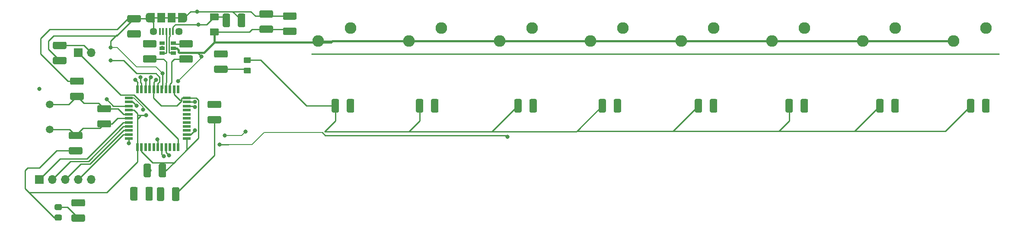
<source format=gbr>
%TF.GenerationSoftware,KiCad,Pcbnew,(5.1.6)-1*%
%TF.CreationDate,2020-12-03T10:32:47+03:00*%
%TF.ProjectId,Handheld graphics device,48616e64-6865-46c6-9420-677261706869,rev?*%
%TF.SameCoordinates,Original*%
%TF.FileFunction,Copper,L1,Top*%
%TF.FilePolarity,Positive*%
%FSLAX46Y46*%
G04 Gerber Fmt 4.6, Leading zero omitted, Abs format (unit mm)*
G04 Created by KiCad (PCBNEW (5.1.6)-1) date 2020-12-03 10:32:47*
%MOMM*%
%LPD*%
G01*
G04 APERTURE LIST*
%TA.AperFunction,ComponentPad*%
%ADD10C,1.500000*%
%TD*%
%TA.AperFunction,ComponentPad*%
%ADD11O,1.700000X1.700000*%
%TD*%
%TA.AperFunction,ComponentPad*%
%ADD12R,1.700000X1.700000*%
%TD*%
%TA.AperFunction,SMDPad,CuDef*%
%ADD13R,1.500000X0.550000*%
%TD*%
%TA.AperFunction,SMDPad,CuDef*%
%ADD14R,0.550000X1.500000*%
%TD*%
%TA.AperFunction,SMDPad,CuDef*%
%ADD15R,1.060000X0.650000*%
%TD*%
%TA.AperFunction,ComponentPad*%
%ADD16C,2.286000*%
%TD*%
%TA.AperFunction,SMDPad,CuDef*%
%ADD17R,1.200000X1.900000*%
%TD*%
%TA.AperFunction,ComponentPad*%
%ADD18O,1.200000X1.900000*%
%TD*%
%TA.AperFunction,SMDPad,CuDef*%
%ADD19R,1.500000X1.900000*%
%TD*%
%TA.AperFunction,ComponentPad*%
%ADD20C,1.450000*%
%TD*%
%TA.AperFunction,SMDPad,CuDef*%
%ADD21R,0.400000X1.350000*%
%TD*%
%TA.AperFunction,ViaPad*%
%ADD22C,0.800000*%
%TD*%
%TA.AperFunction,Conductor*%
%ADD23C,0.250000*%
%TD*%
%TA.AperFunction,Conductor*%
%ADD24C,0.284480*%
%TD*%
%TA.AperFunction,Conductor*%
%ADD25C,0.200000*%
%TD*%
%TA.AperFunction,Conductor*%
%ADD26C,0.414020*%
%TD*%
G04 APERTURE END LIST*
%TO.P,Yellow1,2*%
%TO.N,Net-(R5-Pad1)*%
%TA.AperFunction,SMDPad,CuDef*%
G36*
G01*
X100675001Y-40785000D02*
X99774999Y-40785000D01*
G75*
G02*
X99525000Y-40535001I0J249999D01*
G01*
X99525000Y-39884999D01*
G75*
G02*
X99774999Y-39635000I249999J0D01*
G01*
X100675001Y-39635000D01*
G75*
G02*
X100925000Y-39884999I0J-249999D01*
G01*
X100925000Y-40535001D01*
G75*
G02*
X100675001Y-40785000I-249999J0D01*
G01*
G37*
%TD.AperFunction*%
%TO.P,Yellow1,1*%
%TO.N,GND*%
%TA.AperFunction,SMDPad,CuDef*%
G36*
G01*
X100675001Y-42835000D02*
X99774999Y-42835000D01*
G75*
G02*
X99525000Y-42585001I0J249999D01*
G01*
X99525000Y-41934999D01*
G75*
G02*
X99774999Y-41685000I249999J0D01*
G01*
X100675001Y-41685000D01*
G75*
G02*
X100925000Y-41934999I0J-249999D01*
G01*
X100925000Y-42585001D01*
G75*
G02*
X100675001Y-42835000I-249999J0D01*
G01*
G37*
%TD.AperFunction*%
%TD*%
D10*
%TO.P,Y1,2*%
%TO.N,xtal1*%
X98552000Y-24946000D03*
%TO.P,Y1,1*%
%TO.N,xtal2*%
X98552000Y-20066000D03*
%TD*%
D11*
%TO.P,usb_boot1,2*%
%TO.N,Net-(R7-Pad2)*%
X106680000Y-9906000D03*
D12*
%TO.P,usb_boot1,1*%
%TO.N,Net-(U2-Pad33)*%
X104140000Y-9906000D03*
%TD*%
D13*
%TO.P,U2,44*%
%TO.N,Unfiltered*%
X125432000Y-18778000D03*
%TO.P,U2,43*%
%TO.N,GND*%
X125432000Y-19578000D03*
%TO.P,U2,42*%
%TO.N,Net-(C3-Pad1)*%
X125432000Y-20378000D03*
%TO.P,U2,41*%
%TO.N,Net-(U2-Pad41)*%
X125432000Y-21178000D03*
%TO.P,U2,40*%
%TO.N,Net-(U2-Pad40)*%
X125432000Y-21978000D03*
%TO.P,U2,39*%
%TO.N,Net-(U2-Pad39)*%
X125432000Y-22778000D03*
%TO.P,U2,38*%
%TO.N,Net-(U2-Pad38)*%
X125432000Y-23578000D03*
%TO.P,U2,37*%
%TO.N,Net-(U2-Pad37)*%
X125432000Y-24378000D03*
%TO.P,U2,36*%
%TO.N,Net-(U2-Pad36)*%
X125432000Y-25178000D03*
%TO.P,U2,35*%
%TO.N,GND*%
X125432000Y-25978000D03*
%TO.P,U2,34*%
%TO.N,Unfiltered*%
X125432000Y-26778000D03*
D14*
%TO.P,U2,33*%
%TO.N,Net-(U2-Pad33)*%
X123732000Y-28478000D03*
%TO.P,U2,32*%
%TO.N,Net-(U2-Pad32)*%
X122932000Y-28478000D03*
%TO.P,U2,31*%
%TO.N,Net-(U2-Pad31)*%
X122132000Y-28478000D03*
%TO.P,U2,30*%
%TO.N,7*%
X121332000Y-28478000D03*
%TO.P,U2,29*%
%TO.N,6*%
X120532000Y-28478000D03*
%TO.P,U2,28*%
%TO.N,5*%
X119732000Y-28478000D03*
%TO.P,U2,27*%
%TO.N,Net-(U2-Pad27)*%
X118932000Y-28478000D03*
%TO.P,U2,26*%
%TO.N,Net-(U2-Pad26)*%
X118132000Y-28478000D03*
%TO.P,U2,25*%
%TO.N,Net-(U2-Pad25)*%
X117332000Y-28478000D03*
%TO.P,U2,24*%
%TO.N,Unfiltered*%
X116532000Y-28478000D03*
%TO.P,U2,23*%
%TO.N,GND*%
X115732000Y-28478000D03*
D13*
%TO.P,U2,22*%
%TO.N,Net-(R5-Pad2)*%
X114032000Y-26778000D03*
%TO.P,U2,21*%
%TO.N,TX*%
X114032000Y-25978000D03*
%TO.P,U2,20*%
%TO.N,RX*%
X114032000Y-25178000D03*
%TO.P,U2,19*%
%TO.N,SDA*%
X114032000Y-24378000D03*
%TO.P,U2,18*%
%TO.N,SCL*%
X114032000Y-23578000D03*
%TO.P,U2,17*%
%TO.N,xtal1*%
X114032000Y-22778000D03*
%TO.P,U2,16*%
%TO.N,xtal2*%
X114032000Y-21978000D03*
%TO.P,U2,15*%
%TO.N,GND*%
X114032000Y-21178000D03*
%TO.P,U2,14*%
%TO.N,Unfiltered*%
X114032000Y-20378000D03*
%TO.P,U2,13*%
%TO.N,rst*%
X114032000Y-19578000D03*
%TO.P,U2,12*%
%TO.N,8*%
X114032000Y-18778000D03*
D14*
%TO.P,U2,11*%
%TO.N,4*%
X115732000Y-17078000D03*
%TO.P,U2,10*%
%TO.N,3*%
X116532000Y-17078000D03*
%TO.P,U2,9*%
%TO.N,2*%
X117332000Y-17078000D03*
%TO.P,U2,8*%
%TO.N,1*%
X118132000Y-17078000D03*
%TO.P,U2,7*%
%TO.N,Unfiltered*%
X118932000Y-17078000D03*
%TO.P,U2,6*%
%TO.N,Net-(C4-Pad1)*%
X119732000Y-17078000D03*
%TO.P,U2,5*%
%TO.N,GND*%
X120532000Y-17078000D03*
%TO.P,U2,4*%
%TO.N,Net-(R2-Pad1)*%
X121332000Y-17078000D03*
%TO.P,U2,3*%
%TO.N,Net-(R3-Pad1)*%
X122132000Y-17078000D03*
%TO.P,U2,2*%
%TO.N,Unfiltered*%
X122932000Y-17078000D03*
%TO.P,U2,1*%
%TO.N,Net-(U2-Pad1)*%
X123732000Y-17078000D03*
%TD*%
D15*
%TO.P,U1,5*%
%TO.N,Unfiltered*%
X122799200Y-9014500D03*
%TO.P,U1,6*%
%TO.N,Net-(R3-Pad2)*%
X122799200Y-8064500D03*
%TO.P,U1,4*%
%TO.N,Net-(J1-Pad2)*%
X122799200Y-9964500D03*
%TO.P,U1,3*%
%TO.N,Net-(J1-Pad3)*%
X120599200Y-9964500D03*
%TO.P,U1,2*%
%TO.N,Net-(C7-Pad1)*%
X120599200Y-9014500D03*
%TO.P,U1,1*%
%TO.N,Net-(R2-Pad2)*%
X120599200Y-8064500D03*
%TD*%
D16*
%TO.P,SW8,1*%
%TO.N,8*%
X281940000Y-5080000D03*
%TO.P,SW8,2*%
%TO.N,Unfiltered*%
X275590000Y-7620000D03*
%TD*%
%TO.P,SW7,1*%
%TO.N,7*%
X264160000Y-5080000D03*
%TO.P,SW7,2*%
%TO.N,Unfiltered*%
X257810000Y-7620000D03*
%TD*%
%TO.P,SW6,1*%
%TO.N,6*%
X246380000Y-5080000D03*
%TO.P,SW6,2*%
%TO.N,Unfiltered*%
X240030000Y-7620000D03*
%TD*%
%TO.P,SW5,1*%
%TO.N,5*%
X228600000Y-5080000D03*
%TO.P,SW5,2*%
%TO.N,Unfiltered*%
X222250000Y-7620000D03*
%TD*%
%TO.P,SW4,1*%
%TO.N,4*%
X210820000Y-5080000D03*
%TO.P,SW4,2*%
%TO.N,Unfiltered*%
X204470000Y-7620000D03*
%TD*%
%TO.P,SW3,1*%
%TO.N,3*%
X193040000Y-5080000D03*
%TO.P,SW3,2*%
%TO.N,Unfiltered*%
X186690000Y-7620000D03*
%TD*%
%TO.P,SW2,1*%
%TO.N,2*%
X175260000Y-5080000D03*
%TO.P,SW2,2*%
%TO.N,Unfiltered*%
X168910000Y-7620000D03*
%TD*%
%TO.P,SW1,1*%
%TO.N,1*%
X157480000Y-5080000D03*
%TO.P,SW1,2*%
%TO.N,Unfiltered*%
X151130000Y-7620000D03*
%TD*%
%TO.P,reset1,2*%
%TO.N,Net-(R8-Pad1)*%
%TA.AperFunction,SMDPad,CuDef*%
G36*
G01*
X120979000Y-36583000D02*
X120979000Y-38733000D01*
G75*
G02*
X120729000Y-38983000I-250000J0D01*
G01*
X119804000Y-38983000D01*
G75*
G02*
X119554000Y-38733000I0J250000D01*
G01*
X119554000Y-36583000D01*
G75*
G02*
X119804000Y-36333000I250000J0D01*
G01*
X120729000Y-36333000D01*
G75*
G02*
X120979000Y-36583000I0J-250000D01*
G01*
G37*
%TD.AperFunction*%
%TO.P,reset1,1*%
%TO.N,GND*%
%TA.AperFunction,SMDPad,CuDef*%
G36*
G01*
X123954000Y-36583000D02*
X123954000Y-38733000D01*
G75*
G02*
X123704000Y-38983000I-250000J0D01*
G01*
X122779000Y-38983000D01*
G75*
G02*
X122529000Y-38733000I0J250000D01*
G01*
X122529000Y-36583000D01*
G75*
G02*
X122779000Y-36333000I250000J0D01*
G01*
X123704000Y-36333000D01*
G75*
G02*
X123954000Y-36583000I0J-250000D01*
G01*
G37*
%TD.AperFunction*%
%TD*%
%TO.P,R16,2*%
%TO.N,8*%
%TA.AperFunction,SMDPad,CuDef*%
G36*
G01*
X281227500Y-21395000D02*
X281227500Y-19245000D01*
G75*
G02*
X281477500Y-18995000I250000J0D01*
G01*
X282402500Y-18995000D01*
G75*
G02*
X282652500Y-19245000I0J-250000D01*
G01*
X282652500Y-21395000D01*
G75*
G02*
X282402500Y-21645000I-250000J0D01*
G01*
X281477500Y-21645000D01*
G75*
G02*
X281227500Y-21395000I0J250000D01*
G01*
G37*
%TD.AperFunction*%
%TO.P,R16,1*%
%TO.N,GND*%
%TA.AperFunction,SMDPad,CuDef*%
G36*
G01*
X278252500Y-21395000D02*
X278252500Y-19245000D01*
G75*
G02*
X278502500Y-18995000I250000J0D01*
G01*
X279427500Y-18995000D01*
G75*
G02*
X279677500Y-19245000I0J-250000D01*
G01*
X279677500Y-21395000D01*
G75*
G02*
X279427500Y-21645000I-250000J0D01*
G01*
X278502500Y-21645000D01*
G75*
G02*
X278252500Y-21395000I0J250000D01*
G01*
G37*
%TD.AperFunction*%
%TD*%
%TO.P,R15,2*%
%TO.N,7*%
%TA.AperFunction,SMDPad,CuDef*%
G36*
G01*
X263447500Y-21395000D02*
X263447500Y-19245000D01*
G75*
G02*
X263697500Y-18995000I250000J0D01*
G01*
X264622500Y-18995000D01*
G75*
G02*
X264872500Y-19245000I0J-250000D01*
G01*
X264872500Y-21395000D01*
G75*
G02*
X264622500Y-21645000I-250000J0D01*
G01*
X263697500Y-21645000D01*
G75*
G02*
X263447500Y-21395000I0J250000D01*
G01*
G37*
%TD.AperFunction*%
%TO.P,R15,1*%
%TO.N,GND*%
%TA.AperFunction,SMDPad,CuDef*%
G36*
G01*
X260472500Y-21395000D02*
X260472500Y-19245000D01*
G75*
G02*
X260722500Y-18995000I250000J0D01*
G01*
X261647500Y-18995000D01*
G75*
G02*
X261897500Y-19245000I0J-250000D01*
G01*
X261897500Y-21395000D01*
G75*
G02*
X261647500Y-21645000I-250000J0D01*
G01*
X260722500Y-21645000D01*
G75*
G02*
X260472500Y-21395000I0J250000D01*
G01*
G37*
%TD.AperFunction*%
%TD*%
%TO.P,R14,2*%
%TO.N,6*%
%TA.AperFunction,SMDPad,CuDef*%
G36*
G01*
X245667500Y-21395000D02*
X245667500Y-19245000D01*
G75*
G02*
X245917500Y-18995000I250000J0D01*
G01*
X246842500Y-18995000D01*
G75*
G02*
X247092500Y-19245000I0J-250000D01*
G01*
X247092500Y-21395000D01*
G75*
G02*
X246842500Y-21645000I-250000J0D01*
G01*
X245917500Y-21645000D01*
G75*
G02*
X245667500Y-21395000I0J250000D01*
G01*
G37*
%TD.AperFunction*%
%TO.P,R14,1*%
%TO.N,GND*%
%TA.AperFunction,SMDPad,CuDef*%
G36*
G01*
X242692500Y-21395000D02*
X242692500Y-19245000D01*
G75*
G02*
X242942500Y-18995000I250000J0D01*
G01*
X243867500Y-18995000D01*
G75*
G02*
X244117500Y-19245000I0J-250000D01*
G01*
X244117500Y-21395000D01*
G75*
G02*
X243867500Y-21645000I-250000J0D01*
G01*
X242942500Y-21645000D01*
G75*
G02*
X242692500Y-21395000I0J250000D01*
G01*
G37*
%TD.AperFunction*%
%TD*%
%TO.P,R13,2*%
%TO.N,5*%
%TA.AperFunction,SMDPad,CuDef*%
G36*
G01*
X227887500Y-21395000D02*
X227887500Y-19245000D01*
G75*
G02*
X228137500Y-18995000I250000J0D01*
G01*
X229062500Y-18995000D01*
G75*
G02*
X229312500Y-19245000I0J-250000D01*
G01*
X229312500Y-21395000D01*
G75*
G02*
X229062500Y-21645000I-250000J0D01*
G01*
X228137500Y-21645000D01*
G75*
G02*
X227887500Y-21395000I0J250000D01*
G01*
G37*
%TD.AperFunction*%
%TO.P,R13,1*%
%TO.N,GND*%
%TA.AperFunction,SMDPad,CuDef*%
G36*
G01*
X224912500Y-21395000D02*
X224912500Y-19245000D01*
G75*
G02*
X225162500Y-18995000I250000J0D01*
G01*
X226087500Y-18995000D01*
G75*
G02*
X226337500Y-19245000I0J-250000D01*
G01*
X226337500Y-21395000D01*
G75*
G02*
X226087500Y-21645000I-250000J0D01*
G01*
X225162500Y-21645000D01*
G75*
G02*
X224912500Y-21395000I0J250000D01*
G01*
G37*
%TD.AperFunction*%
%TD*%
%TO.P,R12,2*%
%TO.N,4*%
%TA.AperFunction,SMDPad,CuDef*%
G36*
G01*
X209055000Y-21395000D02*
X209055000Y-19245000D01*
G75*
G02*
X209305000Y-18995000I250000J0D01*
G01*
X210230000Y-18995000D01*
G75*
G02*
X210480000Y-19245000I0J-250000D01*
G01*
X210480000Y-21395000D01*
G75*
G02*
X210230000Y-21645000I-250000J0D01*
G01*
X209305000Y-21645000D01*
G75*
G02*
X209055000Y-21395000I0J250000D01*
G01*
G37*
%TD.AperFunction*%
%TO.P,R12,1*%
%TO.N,GND*%
%TA.AperFunction,SMDPad,CuDef*%
G36*
G01*
X206080000Y-21395000D02*
X206080000Y-19245000D01*
G75*
G02*
X206330000Y-18995000I250000J0D01*
G01*
X207255000Y-18995000D01*
G75*
G02*
X207505000Y-19245000I0J-250000D01*
G01*
X207505000Y-21395000D01*
G75*
G02*
X207255000Y-21645000I-250000J0D01*
G01*
X206330000Y-21645000D01*
G75*
G02*
X206080000Y-21395000I0J250000D01*
G01*
G37*
%TD.AperFunction*%
%TD*%
%TO.P,R11,2*%
%TO.N,3*%
%TA.AperFunction,SMDPad,CuDef*%
G36*
G01*
X192545000Y-21395000D02*
X192545000Y-19245000D01*
G75*
G02*
X192795000Y-18995000I250000J0D01*
G01*
X193720000Y-18995000D01*
G75*
G02*
X193970000Y-19245000I0J-250000D01*
G01*
X193970000Y-21395000D01*
G75*
G02*
X193720000Y-21645000I-250000J0D01*
G01*
X192795000Y-21645000D01*
G75*
G02*
X192545000Y-21395000I0J250000D01*
G01*
G37*
%TD.AperFunction*%
%TO.P,R11,1*%
%TO.N,GND*%
%TA.AperFunction,SMDPad,CuDef*%
G36*
G01*
X189570000Y-21395000D02*
X189570000Y-19245000D01*
G75*
G02*
X189820000Y-18995000I250000J0D01*
G01*
X190745000Y-18995000D01*
G75*
G02*
X190995000Y-19245000I0J-250000D01*
G01*
X190995000Y-21395000D01*
G75*
G02*
X190745000Y-21645000I-250000J0D01*
G01*
X189820000Y-21645000D01*
G75*
G02*
X189570000Y-21395000I0J250000D01*
G01*
G37*
%TD.AperFunction*%
%TD*%
%TO.P,R10,2*%
%TO.N,2*%
%TA.AperFunction,SMDPad,CuDef*%
G36*
G01*
X173277500Y-21395000D02*
X173277500Y-19245000D01*
G75*
G02*
X173527500Y-18995000I250000J0D01*
G01*
X174452500Y-18995000D01*
G75*
G02*
X174702500Y-19245000I0J-250000D01*
G01*
X174702500Y-21395000D01*
G75*
G02*
X174452500Y-21645000I-250000J0D01*
G01*
X173527500Y-21645000D01*
G75*
G02*
X173277500Y-21395000I0J250000D01*
G01*
G37*
%TD.AperFunction*%
%TO.P,R10,1*%
%TO.N,GND*%
%TA.AperFunction,SMDPad,CuDef*%
G36*
G01*
X170302500Y-21395000D02*
X170302500Y-19245000D01*
G75*
G02*
X170552500Y-18995000I250000J0D01*
G01*
X171477500Y-18995000D01*
G75*
G02*
X171727500Y-19245000I0J-250000D01*
G01*
X171727500Y-21395000D01*
G75*
G02*
X171477500Y-21645000I-250000J0D01*
G01*
X170552500Y-21645000D01*
G75*
G02*
X170302500Y-21395000I0J250000D01*
G01*
G37*
%TD.AperFunction*%
%TD*%
%TO.P,R9,2*%
%TO.N,1*%
%TA.AperFunction,SMDPad,CuDef*%
G36*
G01*
X156767500Y-21395000D02*
X156767500Y-19245000D01*
G75*
G02*
X157017500Y-18995000I250000J0D01*
G01*
X157942500Y-18995000D01*
G75*
G02*
X158192500Y-19245000I0J-250000D01*
G01*
X158192500Y-21395000D01*
G75*
G02*
X157942500Y-21645000I-250000J0D01*
G01*
X157017500Y-21645000D01*
G75*
G02*
X156767500Y-21395000I0J250000D01*
G01*
G37*
%TD.AperFunction*%
%TO.P,R9,1*%
%TO.N,GND*%
%TA.AperFunction,SMDPad,CuDef*%
G36*
G01*
X153792500Y-21395000D02*
X153792500Y-19245000D01*
G75*
G02*
X154042500Y-18995000I250000J0D01*
G01*
X154967500Y-18995000D01*
G75*
G02*
X155217500Y-19245000I0J-250000D01*
G01*
X155217500Y-21395000D01*
G75*
G02*
X154967500Y-21645000I-250000J0D01*
G01*
X154042500Y-21645000D01*
G75*
G02*
X153792500Y-21395000I0J250000D01*
G01*
G37*
%TD.AperFunction*%
%TD*%
%TO.P,R8,2*%
%TO.N,rst*%
%TA.AperFunction,SMDPad,CuDef*%
G36*
G01*
X115774500Y-36517000D02*
X115774500Y-38667000D01*
G75*
G02*
X115524500Y-38917000I-250000J0D01*
G01*
X114599500Y-38917000D01*
G75*
G02*
X114349500Y-38667000I0J250000D01*
G01*
X114349500Y-36517000D01*
G75*
G02*
X114599500Y-36267000I250000J0D01*
G01*
X115524500Y-36267000D01*
G75*
G02*
X115774500Y-36517000I0J-250000D01*
G01*
G37*
%TD.AperFunction*%
%TO.P,R8,1*%
%TO.N,Net-(R8-Pad1)*%
%TA.AperFunction,SMDPad,CuDef*%
G36*
G01*
X118749500Y-36517000D02*
X118749500Y-38667000D01*
G75*
G02*
X118499500Y-38917000I-250000J0D01*
G01*
X117574500Y-38917000D01*
G75*
G02*
X117324500Y-38667000I0J250000D01*
G01*
X117324500Y-36517000D01*
G75*
G02*
X117574500Y-36267000I250000J0D01*
G01*
X118499500Y-36267000D01*
G75*
G02*
X118749500Y-36517000I0J-250000D01*
G01*
G37*
%TD.AperFunction*%
%TD*%
%TO.P,R7,2*%
%TO.N,Net-(R7-Pad2)*%
%TA.AperFunction,SMDPad,CuDef*%
G36*
G01*
X101593000Y-9181000D02*
X99443000Y-9181000D01*
G75*
G02*
X99193000Y-8931000I0J250000D01*
G01*
X99193000Y-8006000D01*
G75*
G02*
X99443000Y-7756000I250000J0D01*
G01*
X101593000Y-7756000D01*
G75*
G02*
X101843000Y-8006000I0J-250000D01*
G01*
X101843000Y-8931000D01*
G75*
G02*
X101593000Y-9181000I-250000J0D01*
G01*
G37*
%TD.AperFunction*%
%TO.P,R7,1*%
%TO.N,GND*%
%TA.AperFunction,SMDPad,CuDef*%
G36*
G01*
X101593000Y-12156000D02*
X99443000Y-12156000D01*
G75*
G02*
X99193000Y-11906000I0J250000D01*
G01*
X99193000Y-10981000D01*
G75*
G02*
X99443000Y-10731000I250000J0D01*
G01*
X101593000Y-10731000D01*
G75*
G02*
X101843000Y-10981000I0J-250000D01*
G01*
X101843000Y-11906000D01*
G75*
G02*
X101593000Y-12156000I-250000J0D01*
G01*
G37*
%TD.AperFunction*%
%TD*%
%TO.P,R6,2*%
%TO.N,xtal1*%
%TA.AperFunction,SMDPad,CuDef*%
G36*
G01*
X108145000Y-23163500D02*
X110295000Y-23163500D01*
G75*
G02*
X110545000Y-23413500I0J-250000D01*
G01*
X110545000Y-24338500D01*
G75*
G02*
X110295000Y-24588500I-250000J0D01*
G01*
X108145000Y-24588500D01*
G75*
G02*
X107895000Y-24338500I0J250000D01*
G01*
X107895000Y-23413500D01*
G75*
G02*
X108145000Y-23163500I250000J0D01*
G01*
G37*
%TD.AperFunction*%
%TO.P,R6,1*%
%TO.N,xtal2*%
%TA.AperFunction,SMDPad,CuDef*%
G36*
G01*
X108145000Y-20188500D02*
X110295000Y-20188500D01*
G75*
G02*
X110545000Y-20438500I0J-250000D01*
G01*
X110545000Y-21363500D01*
G75*
G02*
X110295000Y-21613500I-250000J0D01*
G01*
X108145000Y-21613500D01*
G75*
G02*
X107895000Y-21363500I0J250000D01*
G01*
X107895000Y-20438500D01*
G75*
G02*
X108145000Y-20188500I250000J0D01*
G01*
G37*
%TD.AperFunction*%
%TD*%
%TO.P,R5,2*%
%TO.N,Net-(R5-Pad2)*%
%TA.AperFunction,SMDPad,CuDef*%
G36*
G01*
X105215000Y-40082500D02*
X103065000Y-40082500D01*
G75*
G02*
X102815000Y-39832500I0J250000D01*
G01*
X102815000Y-38907500D01*
G75*
G02*
X103065000Y-38657500I250000J0D01*
G01*
X105215000Y-38657500D01*
G75*
G02*
X105465000Y-38907500I0J-250000D01*
G01*
X105465000Y-39832500D01*
G75*
G02*
X105215000Y-40082500I-250000J0D01*
G01*
G37*
%TD.AperFunction*%
%TO.P,R5,1*%
%TO.N,Net-(R5-Pad1)*%
%TA.AperFunction,SMDPad,CuDef*%
G36*
G01*
X105215000Y-43057500D02*
X103065000Y-43057500D01*
G75*
G02*
X102815000Y-42807500I0J250000D01*
G01*
X102815000Y-41882500D01*
G75*
G02*
X103065000Y-41632500I250000J0D01*
G01*
X105215000Y-41632500D01*
G75*
G02*
X105465000Y-41882500I0J-250000D01*
G01*
X105465000Y-42807500D01*
G75*
G02*
X105215000Y-43057500I-250000J0D01*
G01*
G37*
%TD.AperFunction*%
%TD*%
%TO.P,R4,2*%
%TO.N,Unfiltered*%
%TA.AperFunction,SMDPad,CuDef*%
G36*
G01*
X119937500Y-34095000D02*
X119937500Y-31945000D01*
G75*
G02*
X120187500Y-31695000I250000J0D01*
G01*
X121112500Y-31695000D01*
G75*
G02*
X121362500Y-31945000I0J-250000D01*
G01*
X121362500Y-34095000D01*
G75*
G02*
X121112500Y-34345000I-250000J0D01*
G01*
X120187500Y-34345000D01*
G75*
G02*
X119937500Y-34095000I0J250000D01*
G01*
G37*
%TD.AperFunction*%
%TO.P,R4,1*%
%TO.N,rst*%
%TA.AperFunction,SMDPad,CuDef*%
G36*
G01*
X116962500Y-34095000D02*
X116962500Y-31945000D01*
G75*
G02*
X117212500Y-31695000I250000J0D01*
G01*
X118137500Y-31695000D01*
G75*
G02*
X118387500Y-31945000I0J-250000D01*
G01*
X118387500Y-34095000D01*
G75*
G02*
X118137500Y-34345000I-250000J0D01*
G01*
X117212500Y-34345000D01*
G75*
G02*
X116962500Y-34095000I0J250000D01*
G01*
G37*
%TD.AperFunction*%
%TD*%
%TO.P,R3,2*%
%TO.N,Net-(R3-Pad2)*%
%TA.AperFunction,SMDPad,CuDef*%
G36*
G01*
X126335100Y-8891300D02*
X124185100Y-8891300D01*
G75*
G02*
X123935100Y-8641300I0J250000D01*
G01*
X123935100Y-7716300D01*
G75*
G02*
X124185100Y-7466300I250000J0D01*
G01*
X126335100Y-7466300D01*
G75*
G02*
X126585100Y-7716300I0J-250000D01*
G01*
X126585100Y-8641300D01*
G75*
G02*
X126335100Y-8891300I-250000J0D01*
G01*
G37*
%TD.AperFunction*%
%TO.P,R3,1*%
%TO.N,Net-(R3-Pad1)*%
%TA.AperFunction,SMDPad,CuDef*%
G36*
G01*
X126335100Y-11866300D02*
X124185100Y-11866300D01*
G75*
G02*
X123935100Y-11616300I0J250000D01*
G01*
X123935100Y-10691300D01*
G75*
G02*
X124185100Y-10441300I250000J0D01*
G01*
X126335100Y-10441300D01*
G75*
G02*
X126585100Y-10691300I0J-250000D01*
G01*
X126585100Y-11616300D01*
G75*
G02*
X126335100Y-11866300I-250000J0D01*
G01*
G37*
%TD.AperFunction*%
%TD*%
%TO.P,R2,2*%
%TO.N,Net-(R2-Pad2)*%
%TA.AperFunction,SMDPad,CuDef*%
G36*
G01*
X119223100Y-8865900D02*
X117073100Y-8865900D01*
G75*
G02*
X116823100Y-8615900I0J250000D01*
G01*
X116823100Y-7690900D01*
G75*
G02*
X117073100Y-7440900I250000J0D01*
G01*
X119223100Y-7440900D01*
G75*
G02*
X119473100Y-7690900I0J-250000D01*
G01*
X119473100Y-8615900D01*
G75*
G02*
X119223100Y-8865900I-250000J0D01*
G01*
G37*
%TD.AperFunction*%
%TO.P,R2,1*%
%TO.N,Net-(R2-Pad1)*%
%TA.AperFunction,SMDPad,CuDef*%
G36*
G01*
X119223100Y-11840900D02*
X117073100Y-11840900D01*
G75*
G02*
X116823100Y-11590900I0J250000D01*
G01*
X116823100Y-10665900D01*
G75*
G02*
X117073100Y-10415900I250000J0D01*
G01*
X119223100Y-10415900D01*
G75*
G02*
X119473100Y-10665900I0J-250000D01*
G01*
X119473100Y-11590900D01*
G75*
G02*
X119223100Y-11840900I-250000J0D01*
G01*
G37*
%TD.AperFunction*%
%TD*%
%TO.P,R1,2*%
%TO.N,VBUS*%
%TA.AperFunction,SMDPad,CuDef*%
G36*
G01*
X133155000Y-10872500D02*
X131005000Y-10872500D01*
G75*
G02*
X130755000Y-10622500I0J250000D01*
G01*
X130755000Y-9697500D01*
G75*
G02*
X131005000Y-9447500I250000J0D01*
G01*
X133155000Y-9447500D01*
G75*
G02*
X133405000Y-9697500I0J-250000D01*
G01*
X133405000Y-10622500D01*
G75*
G02*
X133155000Y-10872500I-250000J0D01*
G01*
G37*
%TD.AperFunction*%
%TO.P,R1,1*%
%TO.N,Net-(Power_red1-Pad2)*%
%TA.AperFunction,SMDPad,CuDef*%
G36*
G01*
X133155000Y-13847500D02*
X131005000Y-13847500D01*
G75*
G02*
X130755000Y-13597500I0J250000D01*
G01*
X130755000Y-12672500D01*
G75*
G02*
X131005000Y-12422500I250000J0D01*
G01*
X133155000Y-12422500D01*
G75*
G02*
X133405000Y-12672500I0J-250000D01*
G01*
X133405000Y-13597500D01*
G75*
G02*
X133155000Y-13847500I-250000J0D01*
G01*
G37*
%TD.AperFunction*%
%TD*%
%TO.P,Power_red1,2*%
%TO.N,Net-(Power_red1-Pad2)*%
%TA.AperFunction,SMDPad,CuDef*%
G36*
G01*
X136814999Y-12845000D02*
X137715001Y-12845000D01*
G75*
G02*
X137965000Y-13094999I0J-249999D01*
G01*
X137965000Y-13745001D01*
G75*
G02*
X137715001Y-13995000I-249999J0D01*
G01*
X136814999Y-13995000D01*
G75*
G02*
X136565000Y-13745001I0J249999D01*
G01*
X136565000Y-13094999D01*
G75*
G02*
X136814999Y-12845000I249999J0D01*
G01*
G37*
%TD.AperFunction*%
%TO.P,Power_red1,1*%
%TO.N,GND*%
%TA.AperFunction,SMDPad,CuDef*%
G36*
G01*
X136814999Y-10795000D02*
X137715001Y-10795000D01*
G75*
G02*
X137965000Y-11044999I0J-249999D01*
G01*
X137965000Y-11695001D01*
G75*
G02*
X137715001Y-11945000I-249999J0D01*
G01*
X136814999Y-11945000D01*
G75*
G02*
X136565000Y-11695001I0J249999D01*
G01*
X136565000Y-11044999D01*
G75*
G02*
X136814999Y-10795000I249999J0D01*
G01*
G37*
%TD.AperFunction*%
%TD*%
D11*
%TO.P,J2,5*%
%TO.N,rst*%
X106680000Y-34798000D03*
%TO.P,J2,4*%
%TO.N,TX*%
X104140000Y-34798000D03*
%TO.P,J2,3*%
%TO.N,RX*%
X101600000Y-34798000D03*
%TO.P,J2,2*%
%TO.N,SDA*%
X99060000Y-34798000D03*
D12*
%TO.P,J2,1*%
%TO.N,SCL*%
X96520000Y-34798000D03*
%TD*%
D17*
%TO.P,J1,6*%
%TO.N,GND*%
X124312000Y-3080500D03*
X118512000Y-3080500D03*
D18*
X117912000Y-3080500D03*
X124912000Y-3080500D03*
D19*
X122412000Y-3080500D03*
D20*
X118912000Y-5780500D03*
D21*
%TO.P,J1,3*%
%TO.N,Net-(J1-Pad3)*%
X121412000Y-5780500D03*
%TO.P,J1,4*%
%TO.N,Net-(J1-Pad4)*%
X120762000Y-5780500D03*
%TO.P,J1,5*%
%TO.N,GND*%
X120112000Y-5780500D03*
%TO.P,J1,1*%
%TO.N,VBUS*%
X122712000Y-5780500D03*
%TO.P,J1,2*%
%TO.N,Net-(J1-Pad2)*%
X122062000Y-5780500D03*
D20*
%TO.P,J1,6*%
%TO.N,GND*%
X123912000Y-5780500D03*
D19*
X120412000Y-3080500D03*
%TD*%
%TO.P,F1,2*%
%TO.N,VBUS*%
%TA.AperFunction,SMDPad,CuDef*%
G36*
G01*
X131435000Y-3579500D02*
X130185000Y-3579500D01*
G75*
G02*
X129935000Y-3329500I0J250000D01*
G01*
X129935000Y-2404500D01*
G75*
G02*
X130185000Y-2154500I250000J0D01*
G01*
X131435000Y-2154500D01*
G75*
G02*
X131685000Y-2404500I0J-250000D01*
G01*
X131685000Y-3329500D01*
G75*
G02*
X131435000Y-3579500I-250000J0D01*
G01*
G37*
%TD.AperFunction*%
%TO.P,F1,1*%
%TO.N,Unfiltered*%
%TA.AperFunction,SMDPad,CuDef*%
G36*
G01*
X131435000Y-6554500D02*
X130185000Y-6554500D01*
G75*
G02*
X129935000Y-6304500I0J250000D01*
G01*
X129935000Y-5379500D01*
G75*
G02*
X130185000Y-5129500I250000J0D01*
G01*
X131435000Y-5129500D01*
G75*
G02*
X131685000Y-5379500I0J-250000D01*
G01*
X131685000Y-6304500D01*
G75*
G02*
X131435000Y-6554500I-250000J0D01*
G01*
G37*
%TD.AperFunction*%
%TD*%
%TO.P,C8,2*%
%TO.N,Unfiltered*%
%TA.AperFunction,SMDPad,CuDef*%
G36*
G01*
X139895000Y-4585000D02*
X142045000Y-4585000D01*
G75*
G02*
X142295000Y-4835000I0J-250000D01*
G01*
X142295000Y-5760000D01*
G75*
G02*
X142045000Y-6010000I-250000J0D01*
G01*
X139895000Y-6010000D01*
G75*
G02*
X139645000Y-5760000I0J250000D01*
G01*
X139645000Y-4835000D01*
G75*
G02*
X139895000Y-4585000I250000J0D01*
G01*
G37*
%TD.AperFunction*%
%TO.P,C8,1*%
%TO.N,GND*%
%TA.AperFunction,SMDPad,CuDef*%
G36*
G01*
X139895000Y-1610000D02*
X142045000Y-1610000D01*
G75*
G02*
X142295000Y-1860000I0J-250000D01*
G01*
X142295000Y-2785000D01*
G75*
G02*
X142045000Y-3035000I-250000J0D01*
G01*
X139895000Y-3035000D01*
G75*
G02*
X139645000Y-2785000I0J250000D01*
G01*
X139645000Y-1860000D01*
G75*
G02*
X139895000Y-1610000I250000J0D01*
G01*
G37*
%TD.AperFunction*%
%TD*%
%TO.P,C7,2*%
%TO.N,GND*%
%TA.AperFunction,SMDPad,CuDef*%
G36*
G01*
X116149700Y-3947800D02*
X113999700Y-3947800D01*
G75*
G02*
X113749700Y-3697800I0J250000D01*
G01*
X113749700Y-2772800D01*
G75*
G02*
X113999700Y-2522800I250000J0D01*
G01*
X116149700Y-2522800D01*
G75*
G02*
X116399700Y-2772800I0J-250000D01*
G01*
X116399700Y-3697800D01*
G75*
G02*
X116149700Y-3947800I-250000J0D01*
G01*
G37*
%TD.AperFunction*%
%TO.P,C7,1*%
%TO.N,Net-(C7-Pad1)*%
%TA.AperFunction,SMDPad,CuDef*%
G36*
G01*
X116149700Y-6922800D02*
X113999700Y-6922800D01*
G75*
G02*
X113749700Y-6672800I0J250000D01*
G01*
X113749700Y-5747800D01*
G75*
G02*
X113999700Y-5497800I250000J0D01*
G01*
X116149700Y-5497800D01*
G75*
G02*
X116399700Y-5747800I0J-250000D01*
G01*
X116399700Y-6672800D01*
G75*
G02*
X116149700Y-6922800I-250000J0D01*
G01*
G37*
%TD.AperFunction*%
%TD*%
%TO.P,C6,2*%
%TO.N,xtal1*%
%TA.AperFunction,SMDPad,CuDef*%
G36*
G01*
X104707000Y-26874500D02*
X102557000Y-26874500D01*
G75*
G02*
X102307000Y-26624500I0J250000D01*
G01*
X102307000Y-25699500D01*
G75*
G02*
X102557000Y-25449500I250000J0D01*
G01*
X104707000Y-25449500D01*
G75*
G02*
X104957000Y-25699500I0J-250000D01*
G01*
X104957000Y-26624500D01*
G75*
G02*
X104707000Y-26874500I-250000J0D01*
G01*
G37*
%TD.AperFunction*%
%TO.P,C6,1*%
%TO.N,GND*%
%TA.AperFunction,SMDPad,CuDef*%
G36*
G01*
X104707000Y-29849500D02*
X102557000Y-29849500D01*
G75*
G02*
X102307000Y-29599500I0J250000D01*
G01*
X102307000Y-28674500D01*
G75*
G02*
X102557000Y-28424500I250000J0D01*
G01*
X104707000Y-28424500D01*
G75*
G02*
X104957000Y-28674500I0J-250000D01*
G01*
X104957000Y-29599500D01*
G75*
G02*
X104707000Y-29849500I-250000J0D01*
G01*
G37*
%TD.AperFunction*%
%TD*%
%TO.P,C5,2*%
%TO.N,GND*%
%TA.AperFunction,SMDPad,CuDef*%
G36*
G01*
X104961000Y-16206500D02*
X102811000Y-16206500D01*
G75*
G02*
X102561000Y-15956500I0J250000D01*
G01*
X102561000Y-15031500D01*
G75*
G02*
X102811000Y-14781500I250000J0D01*
G01*
X104961000Y-14781500D01*
G75*
G02*
X105211000Y-15031500I0J-250000D01*
G01*
X105211000Y-15956500D01*
G75*
G02*
X104961000Y-16206500I-250000J0D01*
G01*
G37*
%TD.AperFunction*%
%TO.P,C5,1*%
%TO.N,xtal2*%
%TA.AperFunction,SMDPad,CuDef*%
G36*
G01*
X104961000Y-19181500D02*
X102811000Y-19181500D01*
G75*
G02*
X102561000Y-18931500I0J250000D01*
G01*
X102561000Y-18006500D01*
G75*
G02*
X102811000Y-17756500I250000J0D01*
G01*
X104961000Y-17756500D01*
G75*
G02*
X105211000Y-18006500I0J-250000D01*
G01*
X105211000Y-18931500D01*
G75*
G02*
X104961000Y-19181500I-250000J0D01*
G01*
G37*
%TD.AperFunction*%
%TD*%
%TO.P,C3,2*%
%TO.N,GND*%
%TA.AperFunction,SMDPad,CuDef*%
G36*
G01*
X129735000Y-22328500D02*
X131885000Y-22328500D01*
G75*
G02*
X132135000Y-22578500I0J-250000D01*
G01*
X132135000Y-23503500D01*
G75*
G02*
X131885000Y-23753500I-250000J0D01*
G01*
X129735000Y-23753500D01*
G75*
G02*
X129485000Y-23503500I0J250000D01*
G01*
X129485000Y-22578500D01*
G75*
G02*
X129735000Y-22328500I250000J0D01*
G01*
G37*
%TD.AperFunction*%
%TO.P,C3,1*%
%TO.N,Net-(C3-Pad1)*%
%TA.AperFunction,SMDPad,CuDef*%
G36*
G01*
X129735000Y-19353500D02*
X131885000Y-19353500D01*
G75*
G02*
X132135000Y-19603500I0J-250000D01*
G01*
X132135000Y-20528500D01*
G75*
G02*
X131885000Y-20778500I-250000J0D01*
G01*
X129735000Y-20778500D01*
G75*
G02*
X129485000Y-20528500I0J250000D01*
G01*
X129485000Y-19603500D01*
G75*
G02*
X129735000Y-19353500I250000J0D01*
G01*
G37*
%TD.AperFunction*%
%TD*%
%TO.P,C2,2*%
%TO.N,GND*%
%TA.AperFunction,SMDPad,CuDef*%
G36*
G01*
X146655000Y-3435000D02*
X144505000Y-3435000D01*
G75*
G02*
X144255000Y-3185000I0J250000D01*
G01*
X144255000Y-2260000D01*
G75*
G02*
X144505000Y-2010000I250000J0D01*
G01*
X146655000Y-2010000D01*
G75*
G02*
X146905000Y-2260000I0J-250000D01*
G01*
X146905000Y-3185000D01*
G75*
G02*
X146655000Y-3435000I-250000J0D01*
G01*
G37*
%TD.AperFunction*%
%TO.P,C2,1*%
%TO.N,Unfiltered*%
%TA.AperFunction,SMDPad,CuDef*%
G36*
G01*
X146655000Y-6410000D02*
X144505000Y-6410000D01*
G75*
G02*
X144255000Y-6160000I0J250000D01*
G01*
X144255000Y-5235000D01*
G75*
G02*
X144505000Y-4985000I250000J0D01*
G01*
X146655000Y-4985000D01*
G75*
G02*
X146905000Y-5235000I0J-250000D01*
G01*
X146905000Y-6160000D01*
G75*
G02*
X146655000Y-6410000I-250000J0D01*
G01*
G37*
%TD.AperFunction*%
%TD*%
%TO.P,C1,2*%
%TO.N,GND*%
%TA.AperFunction,SMDPad,CuDef*%
G36*
G01*
X135431500Y-4631000D02*
X135431500Y-2481000D01*
G75*
G02*
X135681500Y-2231000I250000J0D01*
G01*
X136606500Y-2231000D01*
G75*
G02*
X136856500Y-2481000I0J-250000D01*
G01*
X136856500Y-4631000D01*
G75*
G02*
X136606500Y-4881000I-250000J0D01*
G01*
X135681500Y-4881000D01*
G75*
G02*
X135431500Y-4631000I0J250000D01*
G01*
G37*
%TD.AperFunction*%
%TO.P,C1,1*%
%TO.N,VBUS*%
%TA.AperFunction,SMDPad,CuDef*%
G36*
G01*
X132456500Y-4631000D02*
X132456500Y-2481000D01*
G75*
G02*
X132706500Y-2231000I250000J0D01*
G01*
X133631500Y-2231000D01*
G75*
G02*
X133881500Y-2481000I0J-250000D01*
G01*
X133881500Y-4631000D01*
G75*
G02*
X133631500Y-4881000I-250000J0D01*
G01*
X132706500Y-4881000D01*
G75*
G02*
X132456500Y-4631000I0J250000D01*
G01*
G37*
%TD.AperFunction*%
%TD*%
D22*
%TO.N,*%
X96520000Y-17018000D03*
%TO.N,rst*%
X115062000Y-37592000D03*
%TO.N,GND*%
X130810000Y-23114000D03*
%TO.N,Net-(C3-Pad1)*%
X130810000Y-20066000D03*
%TO.N,GND*%
X110490000Y-8890000D03*
%TO.N,Net-(C4-Pad1)*%
X110490000Y-11430000D03*
%TO.N,rst*%
X118110000Y-33020000D03*
%TO.N,GND*%
X127000000Y-19558000D03*
X127000000Y-25146000D03*
X117440000Y-22190000D03*
X127456510Y-1829490D03*
X137265000Y-11370000D03*
X120650000Y-13970000D03*
%TO.N,VBUS*%
X132080000Y-10160000D03*
X127724499Y-4355501D03*
%TO.N,Unfiltered*%
X119380000Y-15240000D03*
X123698000Y-15494000D03*
X128270000Y-10668000D03*
X109723845Y-19054155D03*
%TO.N,Net-(C3-Pad1)*%
X127000000Y-20574000D03*
%TO.N,Net-(C7-Pad1)*%
X115062000Y-6146800D03*
X120573800Y-8991600D03*
%TO.N,rst*%
X115570000Y-20320000D03*
%TO.N,Net-(R5-Pad2)*%
X104140000Y-39370000D03*
X114032000Y-27672000D03*
%TO.N,1*%
X157480000Y-20320000D03*
X118364000Y-14732000D03*
%TO.N,2*%
X173990000Y-20320000D03*
X117332000Y-15256000D03*
%TO.N,3*%
X193040000Y-20320000D03*
X116332000Y-14732000D03*
%TO.N,4*%
X209550000Y-20320000D03*
X115316000Y-15240000D03*
%TO.N,5*%
X228600000Y-20320000D03*
X119634000Y-26924000D03*
%TO.N,6*%
X246380000Y-20320000D03*
X120904000Y-30226000D03*
%TO.N,7*%
X264160000Y-20320000D03*
X121920000Y-30066000D03*
X131826000Y-27940000D03*
X188214000Y-26416000D03*
%TO.N,8*%
X281940000Y-20320000D03*
X116840000Y-21082000D03*
X132842000Y-26162000D03*
X136906000Y-25400000D03*
%TD*%
D23*
%TO.N,*%
X149860000Y-10160000D02*
X284480000Y-10160000D01*
%TO.N,GND*%
X117757200Y-3235300D02*
X117912000Y-3080500D01*
X115074700Y-3235300D02*
X117757200Y-3235300D01*
D24*
X98298000Y-7620000D02*
X99314000Y-6604000D01*
X100518000Y-11443500D02*
X98298000Y-9223500D01*
X99314000Y-6604000D02*
X111706000Y-6604000D01*
X98298000Y-9223500D02*
X98298000Y-7620000D01*
X113858700Y-3235300D02*
X115074700Y-3235300D01*
X111760000Y-5334000D02*
X113858700Y-3235300D01*
X102108000Y-15494000D02*
X96774000Y-10160000D01*
X96774000Y-7112000D02*
X98552000Y-5334000D01*
X98552000Y-5334000D02*
X111760000Y-5334000D01*
X103886000Y-15494000D02*
X102108000Y-15494000D01*
X96774000Y-10160000D02*
X96774000Y-7112000D01*
D23*
X118512000Y-3080500D02*
X124912000Y-3080500D01*
X118912000Y-4080500D02*
X117912000Y-3080500D01*
X118912000Y-5780500D02*
X118912000Y-4080500D01*
X126163010Y-1829490D02*
X124912000Y-3080500D01*
X134417490Y-1829490D02*
X127456510Y-1829490D01*
X136144000Y-3556000D02*
X134417490Y-1829490D01*
X115732000Y-31334000D02*
X115732000Y-28478000D01*
X94488000Y-37338000D02*
X109728000Y-37338000D01*
X99895998Y-29137000D02*
X96520998Y-32512000D01*
X109728000Y-37338000D02*
X115732000Y-31334000D01*
X93726000Y-33020000D02*
X93726000Y-36576000D01*
X103632000Y-29137000D02*
X99895998Y-29137000D01*
X96520998Y-32512000D02*
X94234000Y-32512000D01*
X93726000Y-36576000D02*
X94488000Y-37338000D01*
X94234000Y-32512000D02*
X93726000Y-33020000D01*
X115032000Y-21178000D02*
X115732000Y-21878000D01*
X114032000Y-21178000D02*
X115032000Y-21178000D01*
X99410000Y-42260000D02*
X94488000Y-37338000D01*
X100225000Y-42260000D02*
X99410000Y-42260000D01*
X171015000Y-23295000D02*
X171015000Y-20320000D01*
X152400000Y-25400000D02*
X168910000Y-25400000D01*
X168910000Y-25400000D02*
X171015000Y-23295000D01*
X154505000Y-20320000D02*
X154505000Y-23295000D01*
X154505000Y-23295000D02*
X152400000Y-25400000D01*
X185202500Y-25400000D02*
X190282500Y-20320000D01*
X168910000Y-25400000D02*
X185202500Y-25400000D01*
X185202500Y-25400000D02*
X201712500Y-25400000D01*
X220653750Y-25291250D02*
X225625000Y-20320000D01*
X201821250Y-25291250D02*
X220653750Y-25291250D01*
X201821250Y-25291250D02*
X206792500Y-20320000D01*
X201712500Y-25400000D02*
X201821250Y-25291250D01*
X241408750Y-25291250D02*
X243405000Y-23295000D01*
X243405000Y-23295000D02*
X243405000Y-20320000D01*
X220653750Y-25291250D02*
X241408750Y-25291250D01*
X256213750Y-25291250D02*
X261185000Y-20320000D01*
X241408750Y-25291250D02*
X256213750Y-25291250D01*
X273993750Y-25291250D02*
X278965000Y-20320000D01*
X256213750Y-25291250D02*
X273993750Y-25291250D01*
X141370000Y-2722500D02*
X140970000Y-2322500D01*
X145580000Y-2722500D02*
X138830000Y-2722500D01*
X137936990Y-1829490D02*
X138830000Y-2722500D01*
X134417490Y-1829490D02*
X137936990Y-1829490D01*
X110490000Y-8890000D02*
X110490000Y-7620000D01*
X111660000Y-6450000D02*
X111860000Y-6450000D01*
D24*
X111706000Y-6604000D02*
X111860000Y-6450000D01*
D23*
X110490000Y-7620000D02*
X111660000Y-6450000D01*
D24*
X111860000Y-6450000D02*
X115074700Y-3235300D01*
D23*
X126432000Y-19578000D02*
X126452000Y-19558000D01*
X125432000Y-19578000D02*
X126432000Y-19578000D01*
X126452000Y-19558000D02*
X127000000Y-19558000D01*
X127000000Y-19558000D02*
X127254000Y-19558000D01*
X126168000Y-25978000D02*
X127000000Y-25146000D01*
X125432000Y-25978000D02*
X126168000Y-25978000D01*
X130810000Y-30089500D02*
X130810000Y-23114000D01*
X123241500Y-37658000D02*
X130810000Y-30089500D01*
X115732000Y-22190000D02*
X117440000Y-22190000D01*
X115732000Y-21878000D02*
X115732000Y-22190000D01*
X117440000Y-22190000D02*
X117440000Y-22190000D01*
X115732000Y-22952000D02*
X116332000Y-22352000D01*
X115732000Y-22952000D02*
X115732000Y-28478000D01*
X115732000Y-22190000D02*
X115732000Y-22952000D01*
X154505000Y-20320000D02*
X148844000Y-20320000D01*
X139894000Y-11370000D02*
X137265000Y-11370000D01*
X148844000Y-20320000D02*
X139894000Y-11370000D01*
X127456510Y-1829490D02*
X126163010Y-1829490D01*
X137265000Y-11370000D02*
X137265000Y-11370000D01*
X120532000Y-17078000D02*
X120650000Y-16960000D01*
X120650000Y-16960000D02*
X120650000Y-15240000D01*
X120650000Y-15240000D02*
X120650000Y-13970000D01*
X120650000Y-13970000D02*
X120650000Y-13970000D01*
D25*
X110490000Y-8890000D02*
X111760000Y-8890000D01*
X111760000Y-8890000D02*
X115570000Y-12700000D01*
X119380000Y-12700000D02*
X120650000Y-13970000D01*
X115570000Y-12700000D02*
X119380000Y-12700000D01*
D23*
%TO.N,VBUS*%
X129321499Y-4355501D02*
X130810000Y-2867000D01*
X123211999Y-4355501D02*
X127724499Y-4355501D01*
X122712000Y-4855500D02*
X123211999Y-4355501D01*
X122712000Y-5780500D02*
X122712000Y-4855500D01*
X132480000Y-2867000D02*
X133169000Y-3556000D01*
X130810000Y-2867000D02*
X132480000Y-2867000D01*
X127724499Y-4355501D02*
X129321499Y-4355501D01*
%TO.N,Unfiltered*%
X151130000Y-7620000D02*
X275590000Y-7620000D01*
D26*
X130810000Y-7874000D02*
X128778000Y-9906000D01*
X130810000Y-5842000D02*
X130810000Y-7874000D01*
X123825000Y-9402680D02*
X123825000Y-9779000D01*
X123436820Y-9014500D02*
X123825000Y-9402680D01*
X122799200Y-9014500D02*
X123436820Y-9014500D01*
D23*
X123825000Y-9779000D02*
X123952000Y-9906000D01*
D26*
X153926651Y-7620000D02*
X275590000Y-7620000D01*
X153672651Y-7874000D02*
X153926651Y-7620000D01*
X130810000Y-7874000D02*
X153672651Y-7874000D01*
D23*
X145180000Y-5297500D02*
X145580000Y-5697500D01*
X145580000Y-5697500D02*
X145580000Y-5880000D01*
X138647500Y-5297500D02*
X145180000Y-5297500D01*
X138647500Y-5297500D02*
X138212500Y-5297500D01*
X138430000Y-5297500D02*
X138647500Y-5297500D01*
X137668000Y-5842000D02*
X130810000Y-5842000D01*
X138212500Y-5297500D02*
X137668000Y-5842000D01*
X125432000Y-28950500D02*
X125432000Y-26778000D01*
X120650000Y-33020000D02*
X121362500Y-33020000D01*
X116532000Y-29288002D02*
X118715248Y-31471250D01*
X116532000Y-28478000D02*
X116532000Y-29288002D01*
X121362500Y-33020000D02*
X122911250Y-31471250D01*
X118715248Y-31471250D02*
X122911250Y-31471250D01*
X122911250Y-31471250D02*
X125432000Y-28950500D01*
X125432000Y-18778000D02*
X126242002Y-18778000D01*
X127000000Y-27382500D02*
X125432000Y-28950500D01*
X124432000Y-18778000D02*
X125432000Y-18778000D01*
X124356999Y-18853001D02*
X124432000Y-18778000D01*
X118932000Y-17078000D02*
X118932000Y-17888002D01*
X118932000Y-17888002D02*
X118872000Y-17948002D01*
X118872000Y-17948002D02*
X118872000Y-18796000D01*
X123444000Y-20320000D02*
X124356999Y-19407001D01*
X120396000Y-20320000D02*
X123444000Y-20320000D01*
X118872000Y-18796000D02*
X120396000Y-20320000D01*
X124054999Y-19200999D02*
X124356999Y-19200999D01*
X122932000Y-18078000D02*
X124054999Y-19200999D01*
X122932000Y-17078000D02*
X122932000Y-18078000D01*
X124356999Y-19407001D02*
X124356999Y-19200999D01*
X124356999Y-19200999D02*
X124356999Y-18853001D01*
X127725001Y-19209999D02*
X127725001Y-26657499D01*
X127293002Y-18778000D02*
X127725001Y-19209999D01*
X127725001Y-26657499D02*
X127000000Y-27382500D01*
X125432000Y-18778000D02*
X127293002Y-18778000D01*
X118932000Y-17078000D02*
X118932000Y-15688000D01*
X118932000Y-15688000D02*
X119380000Y-15240000D01*
X119380000Y-15240000D02*
X119380000Y-15240000D01*
X127508000Y-9906000D02*
X128270000Y-10668000D01*
D26*
X127508000Y-9906000D02*
X128778000Y-9906000D01*
X123952000Y-9906000D02*
X127508000Y-9906000D01*
D23*
X128270000Y-10668000D02*
X128270000Y-10668000D01*
X111047690Y-20378000D02*
X109723845Y-19054155D01*
X114032000Y-20378000D02*
X111047690Y-20378000D01*
X109723845Y-19054155D02*
X109719690Y-19050000D01*
D25*
X128270000Y-10922000D02*
X128270000Y-10668000D01*
X123698000Y-15494000D02*
X128270000Y-10922000D01*
D23*
%TO.N,Net-(C3-Pad1)*%
X125432000Y-20378000D02*
X126804000Y-20378000D01*
X126804000Y-20378000D02*
X127000000Y-20574000D01*
X127000000Y-20574000D02*
X127000000Y-20574000D01*
%TO.N,Net-(C4-Pad1)*%
X113030000Y-11430000D02*
X115570000Y-13970000D01*
X110490000Y-11430000D02*
X113030000Y-11430000D01*
X119732000Y-16158000D02*
X119732000Y-17078000D01*
X115570000Y-13970000D02*
X119380000Y-13970000D01*
X120105001Y-14695001D02*
X119380000Y-13970000D01*
X119732000Y-15961002D02*
X120105001Y-15588001D01*
X120105001Y-15588001D02*
X120105001Y-14695001D01*
X119732000Y-17078000D02*
X119732000Y-15961002D01*
D24*
%TO.N,xtal2*%
X105076000Y-19659000D02*
X103886000Y-18469000D01*
X102289000Y-20066000D02*
X103886000Y-18469000D01*
X98552000Y-20066000D02*
X102289000Y-20066000D01*
X109220000Y-20901000D02*
X108131000Y-19812000D01*
X105229000Y-19812000D02*
X105076000Y-19659000D01*
X108131000Y-19812000D02*
X105229000Y-19812000D01*
D23*
X111955000Y-20901000D02*
X109220000Y-20901000D01*
X113032000Y-21978000D02*
X111955000Y-20901000D01*
X114032000Y-21978000D02*
X113032000Y-21978000D01*
D24*
%TO.N,xtal1*%
X105076000Y-24718000D02*
X103632000Y-26162000D01*
X102416000Y-24946000D02*
X103632000Y-26162000D01*
X98552000Y-24946000D02*
X102416000Y-24946000D01*
X108378000Y-24718000D02*
X109220000Y-23876000D01*
X105076000Y-24718000D02*
X108378000Y-24718000D01*
D23*
X109220000Y-23876000D02*
X110744000Y-23876000D01*
X111842000Y-22778000D02*
X114032000Y-22778000D01*
X110744000Y-23876000D02*
X111842000Y-22778000D01*
%TO.N,Net-(J1-Pad3)*%
X121379200Y-9964500D02*
X120599200Y-9964500D01*
X121454201Y-9889499D02*
X121379200Y-9964500D01*
X121412000Y-7226300D02*
X121454201Y-7268501D01*
X121412000Y-5780500D02*
X121412000Y-7226300D01*
X121454201Y-7268501D02*
X121454201Y-9889499D01*
%TO.N,Net-(J1-Pad2)*%
X122753400Y-9918700D02*
X122799200Y-9964500D01*
X121907300Y-9918700D02*
X122753400Y-9918700D01*
X122062000Y-5780500D02*
X122062000Y-6705500D01*
X122062000Y-6705500D02*
X121907300Y-6860200D01*
X121907300Y-6860200D02*
X121907300Y-9918700D01*
%TO.N,rst*%
X114828000Y-19578000D02*
X115570000Y-20320000D01*
X114032000Y-19578000D02*
X114828000Y-19578000D01*
D24*
%TO.N,TX*%
X112960000Y-25978000D02*
X114032000Y-25978000D01*
X104140000Y-34798000D02*
X112960000Y-25978000D01*
%TO.N,RX*%
X104695021Y-31702979D02*
X106473021Y-31702979D01*
X101600000Y-34798000D02*
X104695021Y-31702979D01*
X112998000Y-25178000D02*
X114032000Y-25178000D01*
X106473021Y-31702979D02*
X112998000Y-25178000D01*
%TO.N,SDA*%
X112997520Y-24378000D02*
X114032000Y-24378000D01*
X106157030Y-31218490D02*
X112997520Y-24378000D01*
X102639510Y-31218490D02*
X106157030Y-31218490D01*
X99060000Y-34798000D02*
X102639510Y-31218490D01*
%TO.N,SCL*%
X112997520Y-23578000D02*
X105841520Y-30734000D01*
X114032000Y-23578000D02*
X112997520Y-23578000D01*
X100584000Y-30734000D02*
X96520000Y-34798000D01*
X105841520Y-30734000D02*
X100584000Y-30734000D01*
D23*
%TO.N,Net-(Power_red1-Pad2)*%
X136980000Y-13135000D02*
X137265000Y-13420000D01*
X132080000Y-13135000D02*
X136980000Y-13135000D01*
%TO.N,Net-(R2-Pad2)*%
X120510300Y-8153400D02*
X120599200Y-8064500D01*
D24*
%TO.N,Net-(R2-Pad1)*%
X118148100Y-11128400D02*
X120856400Y-11128400D01*
X120856400Y-11128400D02*
X121412000Y-11684000D01*
X121332000Y-15828000D02*
X121332000Y-17078000D01*
X121412000Y-15748000D02*
X121332000Y-15828000D01*
X121412000Y-11684000D02*
X121412000Y-15748000D01*
D23*
%TO.N,Net-(R3-Pad2)*%
X125145800Y-8064500D02*
X125260100Y-8178800D01*
X122913500Y-8178800D02*
X122799200Y-8064500D01*
X125260100Y-8178800D02*
X122913500Y-8178800D01*
D24*
%TO.N,Net-(R3-Pad1)*%
X122132000Y-16044000D02*
X122132000Y-17078000D01*
X122428000Y-11684000D02*
X122428000Y-15748000D01*
X125260100Y-11153800D02*
X122958200Y-11153800D01*
X122428000Y-15748000D02*
X122132000Y-16044000D01*
X122958200Y-11153800D02*
X122428000Y-11684000D01*
D23*
%TO.N,Net-(R5-Pad2)*%
X114032000Y-26778000D02*
X114032000Y-27672000D01*
X114032000Y-27672000D02*
X114032000Y-27672000D01*
%TO.N,Net-(R5-Pad1)*%
X102005000Y-40210000D02*
X104140000Y-42345000D01*
X100225000Y-40210000D02*
X102005000Y-40210000D01*
D24*
%TO.N,Net-(R7-Pad2)*%
X105242500Y-8468500D02*
X106680000Y-9906000D01*
X100518000Y-8468500D02*
X105242500Y-8468500D01*
D23*
%TO.N,1*%
X118132000Y-17078000D02*
X118132000Y-14964000D01*
X118132000Y-14964000D02*
X118364000Y-14732000D01*
X118364000Y-14732000D02*
X118364000Y-14732000D01*
%TO.N,2*%
X117332000Y-17078000D02*
X117332000Y-15256000D01*
X117332000Y-15256000D02*
X117332000Y-15256000D01*
%TO.N,3*%
X116532000Y-17078000D02*
X116532000Y-15948000D01*
X116532000Y-15948000D02*
X116332000Y-15748000D01*
X116332000Y-15748000D02*
X116332000Y-14732000D01*
X116332000Y-14732000D02*
X116332000Y-14732000D01*
%TO.N,4*%
X115732000Y-17078000D02*
X115732000Y-15840000D01*
X115732000Y-15840000D02*
X115824000Y-15748000D01*
X115732000Y-15840000D02*
X115732000Y-15656000D01*
X115732000Y-15656000D02*
X115316000Y-15240000D01*
X115316000Y-15240000D02*
X115316000Y-15240000D01*
%TO.N,5*%
X119732000Y-27022000D02*
X119634000Y-26924000D01*
X119732000Y-28478000D02*
X119732000Y-27022000D01*
%TO.N,6*%
X120532000Y-29854000D02*
X120904000Y-30226000D01*
X120532000Y-28478000D02*
X120532000Y-29854000D01*
%TO.N,7*%
X121332000Y-29478000D02*
X121920000Y-30066000D01*
X121332000Y-28478000D02*
X121332000Y-29478000D01*
X121920000Y-30066000D02*
X121920000Y-30066000D01*
X131826000Y-27940000D02*
X133604000Y-27940000D01*
X151949990Y-25586400D02*
X152525590Y-26162000D01*
X187960000Y-26162000D02*
X188214000Y-26416000D01*
X152525590Y-26162000D02*
X187960000Y-26162000D01*
X188214000Y-26416000D02*
X188214000Y-26416000D01*
D25*
X133604000Y-27940000D02*
X138176000Y-27940000D01*
X140529600Y-25586400D02*
X151949990Y-25586400D01*
X138176000Y-27940000D02*
X140529600Y-25586400D01*
%TO.N,8*%
X114032000Y-18778000D02*
X115040948Y-18778000D01*
X115040948Y-18778000D02*
X116838474Y-20575526D01*
X116838474Y-20575526D02*
X116840000Y-20577052D01*
X116840000Y-20577052D02*
X116840000Y-21082000D01*
X116840000Y-21082000D02*
X116840000Y-21082000D01*
X136144000Y-26162000D02*
X136906000Y-25400000D01*
X132842000Y-26162000D02*
X136144000Y-26162000D01*
D23*
%TO.N,Net-(U2-Pad33)*%
X123732000Y-26867998D02*
X123732000Y-28478000D01*
X115042001Y-18177999D02*
X123732000Y-26867998D01*
X112411999Y-18177999D02*
X115042001Y-18177999D01*
X104140000Y-9906000D02*
X112411999Y-18177999D01*
%TD*%
M02*

</source>
